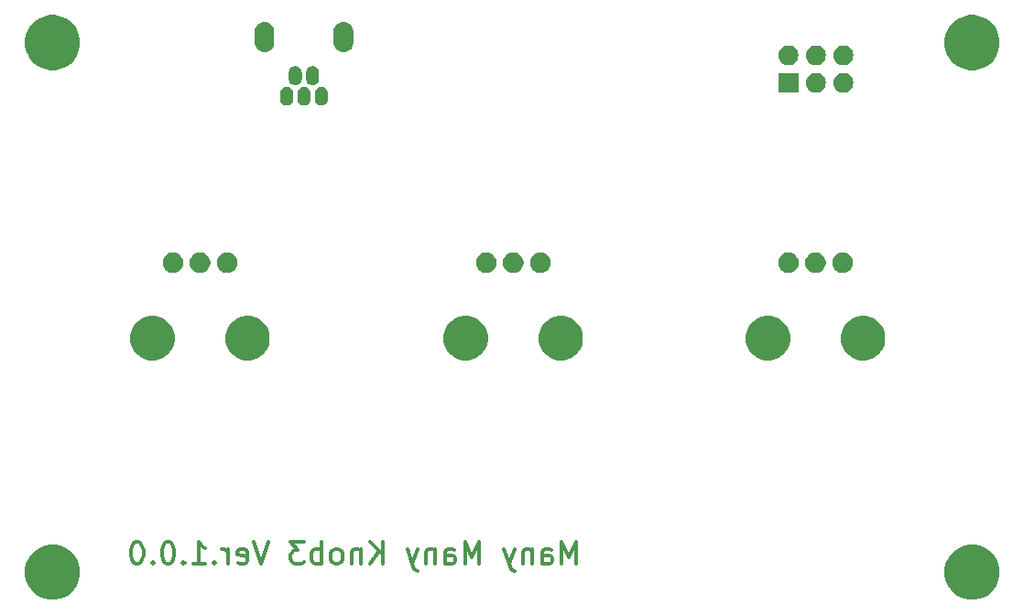
<source format=gbs>
G04 #@! TF.GenerationSoftware,KiCad,Pcbnew,(5.1.2-1)-1*
G04 #@! TF.CreationDate,2019-08-25T18:33:29+09:00*
G04 #@! TF.ProjectId,mmk3,6d6d6b33-2e6b-4696-9361-645f70636258,rev?*
G04 #@! TF.SameCoordinates,Original*
G04 #@! TF.FileFunction,Soldermask,Bot*
G04 #@! TF.FilePolarity,Negative*
%FSLAX46Y46*%
G04 Gerber Fmt 4.6, Leading zero omitted, Abs format (unit mm)*
G04 Created by KiCad (PCBNEW (5.1.2-1)-1) date 2019-08-25 18:33:29*
%MOMM*%
%LPD*%
G04 APERTURE LIST*
%ADD10C,0.300000*%
%ADD11C,0.100000*%
G04 APERTURE END LIST*
D10*
X140403809Y-114212761D02*
X140403809Y-112212761D01*
X139737142Y-113641333D01*
X139070476Y-112212761D01*
X139070476Y-114212761D01*
X137260952Y-114212761D02*
X137260952Y-113165142D01*
X137356190Y-112974666D01*
X137546666Y-112879428D01*
X137927619Y-112879428D01*
X138118095Y-112974666D01*
X137260952Y-114117523D02*
X137451428Y-114212761D01*
X137927619Y-114212761D01*
X138118095Y-114117523D01*
X138213333Y-113927047D01*
X138213333Y-113736571D01*
X138118095Y-113546095D01*
X137927619Y-113450857D01*
X137451428Y-113450857D01*
X137260952Y-113355619D01*
X136308571Y-112879428D02*
X136308571Y-114212761D01*
X136308571Y-113069904D02*
X136213333Y-112974666D01*
X136022857Y-112879428D01*
X135737142Y-112879428D01*
X135546666Y-112974666D01*
X135451428Y-113165142D01*
X135451428Y-114212761D01*
X134689523Y-112879428D02*
X134213333Y-114212761D01*
X133737142Y-112879428D02*
X134213333Y-114212761D01*
X134403809Y-114688952D01*
X134499047Y-114784190D01*
X134689523Y-114879428D01*
X131451428Y-114212761D02*
X131451428Y-112212761D01*
X130784761Y-113641333D01*
X130118095Y-112212761D01*
X130118095Y-114212761D01*
X128308571Y-114212761D02*
X128308571Y-113165142D01*
X128403809Y-112974666D01*
X128594285Y-112879428D01*
X128975238Y-112879428D01*
X129165714Y-112974666D01*
X128308571Y-114117523D02*
X128499047Y-114212761D01*
X128975238Y-114212761D01*
X129165714Y-114117523D01*
X129260952Y-113927047D01*
X129260952Y-113736571D01*
X129165714Y-113546095D01*
X128975238Y-113450857D01*
X128499047Y-113450857D01*
X128308571Y-113355619D01*
X127356190Y-112879428D02*
X127356190Y-114212761D01*
X127356190Y-113069904D02*
X127260952Y-112974666D01*
X127070476Y-112879428D01*
X126784761Y-112879428D01*
X126594285Y-112974666D01*
X126499047Y-113165142D01*
X126499047Y-114212761D01*
X125737142Y-112879428D02*
X125260952Y-114212761D01*
X124784761Y-112879428D02*
X125260952Y-114212761D01*
X125451428Y-114688952D01*
X125546666Y-114784190D01*
X125737142Y-114879428D01*
X122499047Y-114212761D02*
X122499047Y-112212761D01*
X121356190Y-114212761D02*
X122213333Y-113069904D01*
X121356190Y-112212761D02*
X122499047Y-113355619D01*
X120499047Y-112879428D02*
X120499047Y-114212761D01*
X120499047Y-113069904D02*
X120403809Y-112974666D01*
X120213333Y-112879428D01*
X119927619Y-112879428D01*
X119737142Y-112974666D01*
X119641904Y-113165142D01*
X119641904Y-114212761D01*
X118403809Y-114212761D02*
X118594285Y-114117523D01*
X118689523Y-114022285D01*
X118784761Y-113831809D01*
X118784761Y-113260380D01*
X118689523Y-113069904D01*
X118594285Y-112974666D01*
X118403809Y-112879428D01*
X118118095Y-112879428D01*
X117927619Y-112974666D01*
X117832380Y-113069904D01*
X117737142Y-113260380D01*
X117737142Y-113831809D01*
X117832380Y-114022285D01*
X117927619Y-114117523D01*
X118118095Y-114212761D01*
X118403809Y-114212761D01*
X116880000Y-114212761D02*
X116880000Y-112212761D01*
X116880000Y-112974666D02*
X116689523Y-112879428D01*
X116308571Y-112879428D01*
X116118095Y-112974666D01*
X116022857Y-113069904D01*
X115927619Y-113260380D01*
X115927619Y-113831809D01*
X116022857Y-114022285D01*
X116118095Y-114117523D01*
X116308571Y-114212761D01*
X116689523Y-114212761D01*
X116880000Y-114117523D01*
X115260952Y-112212761D02*
X114022857Y-112212761D01*
X114689523Y-112974666D01*
X114403809Y-112974666D01*
X114213333Y-113069904D01*
X114118095Y-113165142D01*
X114022857Y-113355619D01*
X114022857Y-113831809D01*
X114118095Y-114022285D01*
X114213333Y-114117523D01*
X114403809Y-114212761D01*
X114975238Y-114212761D01*
X115165714Y-114117523D01*
X115260952Y-114022285D01*
X111927619Y-112212761D02*
X111260952Y-114212761D01*
X110594285Y-112212761D01*
X109165714Y-114117523D02*
X109356190Y-114212761D01*
X109737142Y-114212761D01*
X109927619Y-114117523D01*
X110022857Y-113927047D01*
X110022857Y-113165142D01*
X109927619Y-112974666D01*
X109737142Y-112879428D01*
X109356190Y-112879428D01*
X109165714Y-112974666D01*
X109070476Y-113165142D01*
X109070476Y-113355619D01*
X110022857Y-113546095D01*
X108213333Y-114212761D02*
X108213333Y-112879428D01*
X108213333Y-113260380D02*
X108118095Y-113069904D01*
X108022857Y-112974666D01*
X107832380Y-112879428D01*
X107641904Y-112879428D01*
X106975238Y-114022285D02*
X106880000Y-114117523D01*
X106975238Y-114212761D01*
X107070476Y-114117523D01*
X106975238Y-114022285D01*
X106975238Y-114212761D01*
X104975238Y-114212761D02*
X106118095Y-114212761D01*
X105546666Y-114212761D02*
X105546666Y-112212761D01*
X105737142Y-112498476D01*
X105927619Y-112688952D01*
X106118095Y-112784190D01*
X104118095Y-114022285D02*
X104022857Y-114117523D01*
X104118095Y-114212761D01*
X104213333Y-114117523D01*
X104118095Y-114022285D01*
X104118095Y-114212761D01*
X102784761Y-112212761D02*
X102594285Y-112212761D01*
X102403809Y-112308000D01*
X102308571Y-112403238D01*
X102213333Y-112593714D01*
X102118095Y-112974666D01*
X102118095Y-113450857D01*
X102213333Y-113831809D01*
X102308571Y-114022285D01*
X102403809Y-114117523D01*
X102594285Y-114212761D01*
X102784761Y-114212761D01*
X102975238Y-114117523D01*
X103070476Y-114022285D01*
X103165714Y-113831809D01*
X103260952Y-113450857D01*
X103260952Y-112974666D01*
X103165714Y-112593714D01*
X103070476Y-112403238D01*
X102975238Y-112308000D01*
X102784761Y-112212761D01*
X101260952Y-114022285D02*
X101165714Y-114117523D01*
X101260952Y-114212761D01*
X101356190Y-114117523D01*
X101260952Y-114022285D01*
X101260952Y-114212761D01*
X99927619Y-112212761D02*
X99737142Y-112212761D01*
X99546666Y-112308000D01*
X99451428Y-112403238D01*
X99356190Y-112593714D01*
X99260952Y-112974666D01*
X99260952Y-113450857D01*
X99356190Y-113831809D01*
X99451428Y-114022285D01*
X99546666Y-114117523D01*
X99737142Y-114212761D01*
X99927619Y-114212761D01*
X100118095Y-114117523D01*
X100213333Y-114022285D01*
X100308571Y-113831809D01*
X100403809Y-113450857D01*
X100403809Y-112974666D01*
X100308571Y-112593714D01*
X100213333Y-112403238D01*
X100118095Y-112308000D01*
X99927619Y-112212761D01*
D11*
G36*
X177744098Y-112547033D02*
G01*
X178208350Y-112739332D01*
X178208352Y-112739333D01*
X178626168Y-113018509D01*
X178981491Y-113373832D01*
X179260667Y-113791648D01*
X179260668Y-113791650D01*
X179452967Y-114255902D01*
X179551000Y-114748747D01*
X179551000Y-115251253D01*
X179452967Y-115744098D01*
X179260668Y-116208350D01*
X179260667Y-116208352D01*
X178981491Y-116626168D01*
X178626168Y-116981491D01*
X178208352Y-117260667D01*
X178208351Y-117260668D01*
X178208350Y-117260668D01*
X177744098Y-117452967D01*
X177251253Y-117551000D01*
X176748747Y-117551000D01*
X176255902Y-117452967D01*
X175791650Y-117260668D01*
X175791649Y-117260668D01*
X175791648Y-117260667D01*
X175373832Y-116981491D01*
X175018509Y-116626168D01*
X174739333Y-116208352D01*
X174739332Y-116208350D01*
X174547033Y-115744098D01*
X174449000Y-115251253D01*
X174449000Y-114748747D01*
X174547033Y-114255902D01*
X174739332Y-113791650D01*
X174739333Y-113791648D01*
X175018509Y-113373832D01*
X175373832Y-113018509D01*
X175791648Y-112739333D01*
X175791650Y-112739332D01*
X176255902Y-112547033D01*
X176748747Y-112449000D01*
X177251253Y-112449000D01*
X177744098Y-112547033D01*
X177744098Y-112547033D01*
G37*
G36*
X92744098Y-112547033D02*
G01*
X93208350Y-112739332D01*
X93208352Y-112739333D01*
X93626168Y-113018509D01*
X93981491Y-113373832D01*
X94260667Y-113791648D01*
X94260668Y-113791650D01*
X94452967Y-114255902D01*
X94551000Y-114748747D01*
X94551000Y-115251253D01*
X94452967Y-115744098D01*
X94260668Y-116208350D01*
X94260667Y-116208352D01*
X93981491Y-116626168D01*
X93626168Y-116981491D01*
X93208352Y-117260667D01*
X93208351Y-117260668D01*
X93208350Y-117260668D01*
X92744098Y-117452967D01*
X92251253Y-117551000D01*
X91748747Y-117551000D01*
X91255902Y-117452967D01*
X90791650Y-117260668D01*
X90791649Y-117260668D01*
X90791648Y-117260667D01*
X90373832Y-116981491D01*
X90018509Y-116626168D01*
X89739333Y-116208352D01*
X89739332Y-116208350D01*
X89547033Y-115744098D01*
X89449000Y-115251253D01*
X89449000Y-114748747D01*
X89547033Y-114255902D01*
X89739332Y-113791650D01*
X89739333Y-113791648D01*
X90018509Y-113373832D01*
X90373832Y-113018509D01*
X90791648Y-112739333D01*
X90791650Y-112739332D01*
X91255902Y-112547033D01*
X91748747Y-112449000D01*
X92251253Y-112449000D01*
X92744098Y-112547033D01*
X92744098Y-112547033D01*
G37*
G36*
X139578254Y-91387818D02*
G01*
X139951511Y-91542426D01*
X139951513Y-91542427D01*
X140287436Y-91766884D01*
X140573116Y-92052564D01*
X140797574Y-92388489D01*
X140952182Y-92761746D01*
X141031000Y-93157993D01*
X141031000Y-93562007D01*
X140952182Y-93958254D01*
X140797574Y-94331511D01*
X140797573Y-94331513D01*
X140573116Y-94667436D01*
X140287436Y-94953116D01*
X139951513Y-95177573D01*
X139951512Y-95177574D01*
X139951511Y-95177574D01*
X139578254Y-95332182D01*
X139182007Y-95411000D01*
X138777993Y-95411000D01*
X138381746Y-95332182D01*
X138008489Y-95177574D01*
X138008488Y-95177574D01*
X138008487Y-95177573D01*
X137672564Y-94953116D01*
X137386884Y-94667436D01*
X137162427Y-94331513D01*
X137162426Y-94331511D01*
X137007818Y-93958254D01*
X136929000Y-93562007D01*
X136929000Y-93157993D01*
X137007818Y-92761746D01*
X137162426Y-92388489D01*
X137386884Y-92052564D01*
X137672564Y-91766884D01*
X138008487Y-91542427D01*
X138008489Y-91542426D01*
X138381746Y-91387818D01*
X138777993Y-91309000D01*
X139182007Y-91309000D01*
X139578254Y-91387818D01*
X139578254Y-91387818D01*
G37*
G36*
X130778254Y-91387818D02*
G01*
X131151511Y-91542426D01*
X131151513Y-91542427D01*
X131487436Y-91766884D01*
X131773116Y-92052564D01*
X131997574Y-92388489D01*
X132152182Y-92761746D01*
X132231000Y-93157993D01*
X132231000Y-93562007D01*
X132152182Y-93958254D01*
X131997574Y-94331511D01*
X131997573Y-94331513D01*
X131773116Y-94667436D01*
X131487436Y-94953116D01*
X131151513Y-95177573D01*
X131151512Y-95177574D01*
X131151511Y-95177574D01*
X130778254Y-95332182D01*
X130382007Y-95411000D01*
X129977993Y-95411000D01*
X129581746Y-95332182D01*
X129208489Y-95177574D01*
X129208488Y-95177574D01*
X129208487Y-95177573D01*
X128872564Y-94953116D01*
X128586884Y-94667436D01*
X128362427Y-94331513D01*
X128362426Y-94331511D01*
X128207818Y-93958254D01*
X128129000Y-93562007D01*
X128129000Y-93157993D01*
X128207818Y-92761746D01*
X128362426Y-92388489D01*
X128586884Y-92052564D01*
X128872564Y-91766884D01*
X129208487Y-91542427D01*
X129208489Y-91542426D01*
X129581746Y-91387818D01*
X129977993Y-91309000D01*
X130382007Y-91309000D01*
X130778254Y-91387818D01*
X130778254Y-91387818D01*
G37*
G36*
X110622254Y-91387818D02*
G01*
X110995511Y-91542426D01*
X110995513Y-91542427D01*
X111331436Y-91766884D01*
X111617116Y-92052564D01*
X111841574Y-92388489D01*
X111996182Y-92761746D01*
X112075000Y-93157993D01*
X112075000Y-93562007D01*
X111996182Y-93958254D01*
X111841574Y-94331511D01*
X111841573Y-94331513D01*
X111617116Y-94667436D01*
X111331436Y-94953116D01*
X110995513Y-95177573D01*
X110995512Y-95177574D01*
X110995511Y-95177574D01*
X110622254Y-95332182D01*
X110226007Y-95411000D01*
X109821993Y-95411000D01*
X109425746Y-95332182D01*
X109052489Y-95177574D01*
X109052488Y-95177574D01*
X109052487Y-95177573D01*
X108716564Y-94953116D01*
X108430884Y-94667436D01*
X108206427Y-94331513D01*
X108206426Y-94331511D01*
X108051818Y-93958254D01*
X107973000Y-93562007D01*
X107973000Y-93157993D01*
X108051818Y-92761746D01*
X108206426Y-92388489D01*
X108430884Y-92052564D01*
X108716564Y-91766884D01*
X109052487Y-91542427D01*
X109052489Y-91542426D01*
X109425746Y-91387818D01*
X109821993Y-91309000D01*
X110226007Y-91309000D01*
X110622254Y-91387818D01*
X110622254Y-91387818D01*
G37*
G36*
X101822254Y-91387818D02*
G01*
X102195511Y-91542426D01*
X102195513Y-91542427D01*
X102531436Y-91766884D01*
X102817116Y-92052564D01*
X103041574Y-92388489D01*
X103196182Y-92761746D01*
X103275000Y-93157993D01*
X103275000Y-93562007D01*
X103196182Y-93958254D01*
X103041574Y-94331511D01*
X103041573Y-94331513D01*
X102817116Y-94667436D01*
X102531436Y-94953116D01*
X102195513Y-95177573D01*
X102195512Y-95177574D01*
X102195511Y-95177574D01*
X101822254Y-95332182D01*
X101426007Y-95411000D01*
X101021993Y-95411000D01*
X100625746Y-95332182D01*
X100252489Y-95177574D01*
X100252488Y-95177574D01*
X100252487Y-95177573D01*
X99916564Y-94953116D01*
X99630884Y-94667436D01*
X99406427Y-94331513D01*
X99406426Y-94331511D01*
X99251818Y-93958254D01*
X99173000Y-93562007D01*
X99173000Y-93157993D01*
X99251818Y-92761746D01*
X99406426Y-92388489D01*
X99630884Y-92052564D01*
X99916564Y-91766884D01*
X100252487Y-91542427D01*
X100252489Y-91542426D01*
X100625746Y-91387818D01*
X101021993Y-91309000D01*
X101426007Y-91309000D01*
X101822254Y-91387818D01*
X101822254Y-91387818D01*
G37*
G36*
X158718254Y-91387818D02*
G01*
X159091511Y-91542426D01*
X159091513Y-91542427D01*
X159427436Y-91766884D01*
X159713116Y-92052564D01*
X159937574Y-92388489D01*
X160092182Y-92761746D01*
X160171000Y-93157993D01*
X160171000Y-93562007D01*
X160092182Y-93958254D01*
X159937574Y-94331511D01*
X159937573Y-94331513D01*
X159713116Y-94667436D01*
X159427436Y-94953116D01*
X159091513Y-95177573D01*
X159091512Y-95177574D01*
X159091511Y-95177574D01*
X158718254Y-95332182D01*
X158322007Y-95411000D01*
X157917993Y-95411000D01*
X157521746Y-95332182D01*
X157148489Y-95177574D01*
X157148488Y-95177574D01*
X157148487Y-95177573D01*
X156812564Y-94953116D01*
X156526884Y-94667436D01*
X156302427Y-94331513D01*
X156302426Y-94331511D01*
X156147818Y-93958254D01*
X156069000Y-93562007D01*
X156069000Y-93157993D01*
X156147818Y-92761746D01*
X156302426Y-92388489D01*
X156526884Y-92052564D01*
X156812564Y-91766884D01*
X157148487Y-91542427D01*
X157148489Y-91542426D01*
X157521746Y-91387818D01*
X157917993Y-91309000D01*
X158322007Y-91309000D01*
X158718254Y-91387818D01*
X158718254Y-91387818D01*
G37*
G36*
X167518254Y-91387818D02*
G01*
X167891511Y-91542426D01*
X167891513Y-91542427D01*
X168227436Y-91766884D01*
X168513116Y-92052564D01*
X168737574Y-92388489D01*
X168892182Y-92761746D01*
X168971000Y-93157993D01*
X168971000Y-93562007D01*
X168892182Y-93958254D01*
X168737574Y-94331511D01*
X168737573Y-94331513D01*
X168513116Y-94667436D01*
X168227436Y-94953116D01*
X167891513Y-95177573D01*
X167891512Y-95177574D01*
X167891511Y-95177574D01*
X167518254Y-95332182D01*
X167122007Y-95411000D01*
X166717993Y-95411000D01*
X166321746Y-95332182D01*
X165948489Y-95177574D01*
X165948488Y-95177574D01*
X165948487Y-95177573D01*
X165612564Y-94953116D01*
X165326884Y-94667436D01*
X165102427Y-94331513D01*
X165102426Y-94331511D01*
X164947818Y-93958254D01*
X164869000Y-93562007D01*
X164869000Y-93157993D01*
X164947818Y-92761746D01*
X165102426Y-92388489D01*
X165326884Y-92052564D01*
X165612564Y-91766884D01*
X165948487Y-91542427D01*
X165948489Y-91542426D01*
X166321746Y-91387818D01*
X166717993Y-91309000D01*
X167122007Y-91309000D01*
X167518254Y-91387818D01*
X167518254Y-91387818D01*
G37*
G36*
X103401395Y-85445546D02*
G01*
X103574466Y-85517234D01*
X103574467Y-85517235D01*
X103730227Y-85621310D01*
X103862690Y-85753773D01*
X103862691Y-85753775D01*
X103966766Y-85909534D01*
X104038454Y-86082605D01*
X104075000Y-86266333D01*
X104075000Y-86453667D01*
X104038454Y-86637395D01*
X103966766Y-86810466D01*
X103966765Y-86810467D01*
X103862690Y-86966227D01*
X103730227Y-87098690D01*
X103651818Y-87151081D01*
X103574466Y-87202766D01*
X103401395Y-87274454D01*
X103217667Y-87311000D01*
X103030333Y-87311000D01*
X102846605Y-87274454D01*
X102673534Y-87202766D01*
X102596182Y-87151081D01*
X102517773Y-87098690D01*
X102385310Y-86966227D01*
X102281235Y-86810467D01*
X102281234Y-86810466D01*
X102209546Y-86637395D01*
X102173000Y-86453667D01*
X102173000Y-86266333D01*
X102209546Y-86082605D01*
X102281234Y-85909534D01*
X102385309Y-85753775D01*
X102385310Y-85753773D01*
X102517773Y-85621310D01*
X102673533Y-85517235D01*
X102673534Y-85517234D01*
X102846605Y-85445546D01*
X103030333Y-85409000D01*
X103217667Y-85409000D01*
X103401395Y-85445546D01*
X103401395Y-85445546D01*
G37*
G36*
X162797395Y-85445546D02*
G01*
X162970466Y-85517234D01*
X162970467Y-85517235D01*
X163126227Y-85621310D01*
X163258690Y-85753773D01*
X163258691Y-85753775D01*
X163362766Y-85909534D01*
X163434454Y-86082605D01*
X163471000Y-86266333D01*
X163471000Y-86453667D01*
X163434454Y-86637395D01*
X163362766Y-86810466D01*
X163362765Y-86810467D01*
X163258690Y-86966227D01*
X163126227Y-87098690D01*
X163047818Y-87151081D01*
X162970466Y-87202766D01*
X162797395Y-87274454D01*
X162613667Y-87311000D01*
X162426333Y-87311000D01*
X162242605Y-87274454D01*
X162069534Y-87202766D01*
X161992182Y-87151081D01*
X161913773Y-87098690D01*
X161781310Y-86966227D01*
X161677235Y-86810467D01*
X161677234Y-86810466D01*
X161605546Y-86637395D01*
X161569000Y-86453667D01*
X161569000Y-86266333D01*
X161605546Y-86082605D01*
X161677234Y-85909534D01*
X161781309Y-85753775D01*
X161781310Y-85753773D01*
X161913773Y-85621310D01*
X162069533Y-85517235D01*
X162069534Y-85517234D01*
X162242605Y-85445546D01*
X162426333Y-85409000D01*
X162613667Y-85409000D01*
X162797395Y-85445546D01*
X162797395Y-85445546D01*
G37*
G36*
X134857395Y-85445546D02*
G01*
X135030466Y-85517234D01*
X135030467Y-85517235D01*
X135186227Y-85621310D01*
X135318690Y-85753773D01*
X135318691Y-85753775D01*
X135422766Y-85909534D01*
X135494454Y-86082605D01*
X135531000Y-86266333D01*
X135531000Y-86453667D01*
X135494454Y-86637395D01*
X135422766Y-86810466D01*
X135422765Y-86810467D01*
X135318690Y-86966227D01*
X135186227Y-87098690D01*
X135107818Y-87151081D01*
X135030466Y-87202766D01*
X134857395Y-87274454D01*
X134673667Y-87311000D01*
X134486333Y-87311000D01*
X134302605Y-87274454D01*
X134129534Y-87202766D01*
X134052182Y-87151081D01*
X133973773Y-87098690D01*
X133841310Y-86966227D01*
X133737235Y-86810467D01*
X133737234Y-86810466D01*
X133665546Y-86637395D01*
X133629000Y-86453667D01*
X133629000Y-86266333D01*
X133665546Y-86082605D01*
X133737234Y-85909534D01*
X133841309Y-85753775D01*
X133841310Y-85753773D01*
X133973773Y-85621310D01*
X134129533Y-85517235D01*
X134129534Y-85517234D01*
X134302605Y-85445546D01*
X134486333Y-85409000D01*
X134673667Y-85409000D01*
X134857395Y-85445546D01*
X134857395Y-85445546D01*
G37*
G36*
X108401395Y-85445546D02*
G01*
X108574466Y-85517234D01*
X108574467Y-85517235D01*
X108730227Y-85621310D01*
X108862690Y-85753773D01*
X108862691Y-85753775D01*
X108966766Y-85909534D01*
X109038454Y-86082605D01*
X109075000Y-86266333D01*
X109075000Y-86453667D01*
X109038454Y-86637395D01*
X108966766Y-86810466D01*
X108966765Y-86810467D01*
X108862690Y-86966227D01*
X108730227Y-87098690D01*
X108651818Y-87151081D01*
X108574466Y-87202766D01*
X108401395Y-87274454D01*
X108217667Y-87311000D01*
X108030333Y-87311000D01*
X107846605Y-87274454D01*
X107673534Y-87202766D01*
X107596182Y-87151081D01*
X107517773Y-87098690D01*
X107385310Y-86966227D01*
X107281235Y-86810467D01*
X107281234Y-86810466D01*
X107209546Y-86637395D01*
X107173000Y-86453667D01*
X107173000Y-86266333D01*
X107209546Y-86082605D01*
X107281234Y-85909534D01*
X107385309Y-85753775D01*
X107385310Y-85753773D01*
X107517773Y-85621310D01*
X107673533Y-85517235D01*
X107673534Y-85517234D01*
X107846605Y-85445546D01*
X108030333Y-85409000D01*
X108217667Y-85409000D01*
X108401395Y-85445546D01*
X108401395Y-85445546D01*
G37*
G36*
X105901395Y-85445546D02*
G01*
X106074466Y-85517234D01*
X106074467Y-85517235D01*
X106230227Y-85621310D01*
X106362690Y-85753773D01*
X106362691Y-85753775D01*
X106466766Y-85909534D01*
X106538454Y-86082605D01*
X106575000Y-86266333D01*
X106575000Y-86453667D01*
X106538454Y-86637395D01*
X106466766Y-86810466D01*
X106466765Y-86810467D01*
X106362690Y-86966227D01*
X106230227Y-87098690D01*
X106151818Y-87151081D01*
X106074466Y-87202766D01*
X105901395Y-87274454D01*
X105717667Y-87311000D01*
X105530333Y-87311000D01*
X105346605Y-87274454D01*
X105173534Y-87202766D01*
X105096182Y-87151081D01*
X105017773Y-87098690D01*
X104885310Y-86966227D01*
X104781235Y-86810467D01*
X104781234Y-86810466D01*
X104709546Y-86637395D01*
X104673000Y-86453667D01*
X104673000Y-86266333D01*
X104709546Y-86082605D01*
X104781234Y-85909534D01*
X104885309Y-85753775D01*
X104885310Y-85753773D01*
X105017773Y-85621310D01*
X105173533Y-85517235D01*
X105173534Y-85517234D01*
X105346605Y-85445546D01*
X105530333Y-85409000D01*
X105717667Y-85409000D01*
X105901395Y-85445546D01*
X105901395Y-85445546D01*
G37*
G36*
X132357395Y-85445546D02*
G01*
X132530466Y-85517234D01*
X132530467Y-85517235D01*
X132686227Y-85621310D01*
X132818690Y-85753773D01*
X132818691Y-85753775D01*
X132922766Y-85909534D01*
X132994454Y-86082605D01*
X133031000Y-86266333D01*
X133031000Y-86453667D01*
X132994454Y-86637395D01*
X132922766Y-86810466D01*
X132922765Y-86810467D01*
X132818690Y-86966227D01*
X132686227Y-87098690D01*
X132607818Y-87151081D01*
X132530466Y-87202766D01*
X132357395Y-87274454D01*
X132173667Y-87311000D01*
X131986333Y-87311000D01*
X131802605Y-87274454D01*
X131629534Y-87202766D01*
X131552182Y-87151081D01*
X131473773Y-87098690D01*
X131341310Y-86966227D01*
X131237235Y-86810467D01*
X131237234Y-86810466D01*
X131165546Y-86637395D01*
X131129000Y-86453667D01*
X131129000Y-86266333D01*
X131165546Y-86082605D01*
X131237234Y-85909534D01*
X131341309Y-85753775D01*
X131341310Y-85753773D01*
X131473773Y-85621310D01*
X131629533Y-85517235D01*
X131629534Y-85517234D01*
X131802605Y-85445546D01*
X131986333Y-85409000D01*
X132173667Y-85409000D01*
X132357395Y-85445546D01*
X132357395Y-85445546D01*
G37*
G36*
X165297395Y-85445546D02*
G01*
X165470466Y-85517234D01*
X165470467Y-85517235D01*
X165626227Y-85621310D01*
X165758690Y-85753773D01*
X165758691Y-85753775D01*
X165862766Y-85909534D01*
X165934454Y-86082605D01*
X165971000Y-86266333D01*
X165971000Y-86453667D01*
X165934454Y-86637395D01*
X165862766Y-86810466D01*
X165862765Y-86810467D01*
X165758690Y-86966227D01*
X165626227Y-87098690D01*
X165547818Y-87151081D01*
X165470466Y-87202766D01*
X165297395Y-87274454D01*
X165113667Y-87311000D01*
X164926333Y-87311000D01*
X164742605Y-87274454D01*
X164569534Y-87202766D01*
X164492182Y-87151081D01*
X164413773Y-87098690D01*
X164281310Y-86966227D01*
X164177235Y-86810467D01*
X164177234Y-86810466D01*
X164105546Y-86637395D01*
X164069000Y-86453667D01*
X164069000Y-86266333D01*
X164105546Y-86082605D01*
X164177234Y-85909534D01*
X164281309Y-85753775D01*
X164281310Y-85753773D01*
X164413773Y-85621310D01*
X164569533Y-85517235D01*
X164569534Y-85517234D01*
X164742605Y-85445546D01*
X164926333Y-85409000D01*
X165113667Y-85409000D01*
X165297395Y-85445546D01*
X165297395Y-85445546D01*
G37*
G36*
X160297395Y-85445546D02*
G01*
X160470466Y-85517234D01*
X160470467Y-85517235D01*
X160626227Y-85621310D01*
X160758690Y-85753773D01*
X160758691Y-85753775D01*
X160862766Y-85909534D01*
X160934454Y-86082605D01*
X160971000Y-86266333D01*
X160971000Y-86453667D01*
X160934454Y-86637395D01*
X160862766Y-86810466D01*
X160862765Y-86810467D01*
X160758690Y-86966227D01*
X160626227Y-87098690D01*
X160547818Y-87151081D01*
X160470466Y-87202766D01*
X160297395Y-87274454D01*
X160113667Y-87311000D01*
X159926333Y-87311000D01*
X159742605Y-87274454D01*
X159569534Y-87202766D01*
X159492182Y-87151081D01*
X159413773Y-87098690D01*
X159281310Y-86966227D01*
X159177235Y-86810467D01*
X159177234Y-86810466D01*
X159105546Y-86637395D01*
X159069000Y-86453667D01*
X159069000Y-86266333D01*
X159105546Y-86082605D01*
X159177234Y-85909534D01*
X159281309Y-85753775D01*
X159281310Y-85753773D01*
X159413773Y-85621310D01*
X159569533Y-85517235D01*
X159569534Y-85517234D01*
X159742605Y-85445546D01*
X159926333Y-85409000D01*
X160113667Y-85409000D01*
X160297395Y-85445546D01*
X160297395Y-85445546D01*
G37*
G36*
X137357395Y-85445546D02*
G01*
X137530466Y-85517234D01*
X137530467Y-85517235D01*
X137686227Y-85621310D01*
X137818690Y-85753773D01*
X137818691Y-85753775D01*
X137922766Y-85909534D01*
X137994454Y-86082605D01*
X138031000Y-86266333D01*
X138031000Y-86453667D01*
X137994454Y-86637395D01*
X137922766Y-86810466D01*
X137922765Y-86810467D01*
X137818690Y-86966227D01*
X137686227Y-87098690D01*
X137607818Y-87151081D01*
X137530466Y-87202766D01*
X137357395Y-87274454D01*
X137173667Y-87311000D01*
X136986333Y-87311000D01*
X136802605Y-87274454D01*
X136629534Y-87202766D01*
X136552182Y-87151081D01*
X136473773Y-87098690D01*
X136341310Y-86966227D01*
X136237235Y-86810467D01*
X136237234Y-86810466D01*
X136165546Y-86637395D01*
X136129000Y-86453667D01*
X136129000Y-86266333D01*
X136165546Y-86082605D01*
X136237234Y-85909534D01*
X136341309Y-85753775D01*
X136341310Y-85753773D01*
X136473773Y-85621310D01*
X136629533Y-85517235D01*
X136629534Y-85517234D01*
X136802605Y-85445546D01*
X136986333Y-85409000D01*
X137173667Y-85409000D01*
X137357395Y-85445546D01*
X137357395Y-85445546D01*
G37*
G36*
X113757818Y-70075696D02*
G01*
X113871105Y-70110062D01*
X113975512Y-70165869D01*
X114067027Y-70240973D01*
X114142131Y-70332488D01*
X114197938Y-70436895D01*
X114232304Y-70550182D01*
X114241000Y-70638481D01*
X114241000Y-71247519D01*
X114232304Y-71335818D01*
X114197938Y-71449105D01*
X114142131Y-71553512D01*
X114142130Y-71553513D01*
X114067027Y-71645027D01*
X113991923Y-71706662D01*
X113975511Y-71720131D01*
X113871104Y-71775938D01*
X113757817Y-71810304D01*
X113640000Y-71821907D01*
X113522182Y-71810304D01*
X113408895Y-71775938D01*
X113304488Y-71720131D01*
X113290572Y-71708711D01*
X113212973Y-71645027D01*
X113137870Y-71553512D01*
X113137869Y-71553511D01*
X113082062Y-71449104D01*
X113047696Y-71335817D01*
X113039000Y-71247518D01*
X113039000Y-70638481D01*
X113047696Y-70550182D01*
X113082061Y-70436898D01*
X113137871Y-70332486D01*
X113212974Y-70240973D01*
X113304489Y-70165869D01*
X113408896Y-70110062D01*
X113522183Y-70075696D01*
X113640000Y-70064093D01*
X113757818Y-70075696D01*
X113757818Y-70075696D01*
G37*
G36*
X116957818Y-70075696D02*
G01*
X117071105Y-70110062D01*
X117175512Y-70165869D01*
X117267027Y-70240973D01*
X117342131Y-70332488D01*
X117397938Y-70436895D01*
X117432304Y-70550182D01*
X117441000Y-70638481D01*
X117441000Y-71247519D01*
X117432304Y-71335818D01*
X117397938Y-71449105D01*
X117342131Y-71553512D01*
X117342130Y-71553513D01*
X117267027Y-71645027D01*
X117191923Y-71706662D01*
X117175511Y-71720131D01*
X117071104Y-71775938D01*
X116957817Y-71810304D01*
X116840000Y-71821907D01*
X116722182Y-71810304D01*
X116608895Y-71775938D01*
X116504488Y-71720131D01*
X116490572Y-71708711D01*
X116412973Y-71645027D01*
X116337870Y-71553512D01*
X116337869Y-71553511D01*
X116282062Y-71449104D01*
X116247696Y-71335817D01*
X116239000Y-71247518D01*
X116239000Y-70638481D01*
X116247696Y-70550182D01*
X116282061Y-70436898D01*
X116337871Y-70332486D01*
X116412974Y-70240973D01*
X116504489Y-70165869D01*
X116608896Y-70110062D01*
X116722183Y-70075696D01*
X116840000Y-70064093D01*
X116957818Y-70075696D01*
X116957818Y-70075696D01*
G37*
G36*
X115357818Y-70075696D02*
G01*
X115471105Y-70110062D01*
X115575512Y-70165869D01*
X115667027Y-70240973D01*
X115742131Y-70332488D01*
X115797938Y-70436895D01*
X115832304Y-70550182D01*
X115841000Y-70638481D01*
X115841000Y-71247519D01*
X115832304Y-71335818D01*
X115797938Y-71449105D01*
X115742131Y-71553512D01*
X115742130Y-71553513D01*
X115667027Y-71645027D01*
X115591923Y-71706662D01*
X115575511Y-71720131D01*
X115471104Y-71775938D01*
X115357817Y-71810304D01*
X115240000Y-71821907D01*
X115122182Y-71810304D01*
X115008895Y-71775938D01*
X114904488Y-71720131D01*
X114890572Y-71708711D01*
X114812973Y-71645027D01*
X114737870Y-71553512D01*
X114737869Y-71553511D01*
X114682062Y-71449104D01*
X114647696Y-71335817D01*
X114639000Y-71247518D01*
X114639000Y-70638481D01*
X114647696Y-70550182D01*
X114682061Y-70436898D01*
X114737871Y-70332486D01*
X114812974Y-70240973D01*
X114904489Y-70165869D01*
X115008896Y-70110062D01*
X115122183Y-70075696D01*
X115240000Y-70064093D01*
X115357818Y-70075696D01*
X115357818Y-70075696D01*
G37*
G36*
X165279294Y-68821633D02*
G01*
X165451695Y-68873931D01*
X165610583Y-68958858D01*
X165749849Y-69073151D01*
X165864142Y-69212417D01*
X165949069Y-69371305D01*
X166001367Y-69543706D01*
X166019025Y-69723000D01*
X166001367Y-69902294D01*
X165949069Y-70074695D01*
X165864142Y-70233583D01*
X165749849Y-70372849D01*
X165610583Y-70487142D01*
X165451695Y-70572069D01*
X165279294Y-70624367D01*
X165144931Y-70637600D01*
X165055069Y-70637600D01*
X164920706Y-70624367D01*
X164748305Y-70572069D01*
X164589417Y-70487142D01*
X164450151Y-70372849D01*
X164335858Y-70233583D01*
X164250931Y-70074695D01*
X164198633Y-69902294D01*
X164180975Y-69723000D01*
X164198633Y-69543706D01*
X164250931Y-69371305D01*
X164335858Y-69212417D01*
X164450151Y-69073151D01*
X164589417Y-68958858D01*
X164748305Y-68873931D01*
X164920706Y-68821633D01*
X165055069Y-68808400D01*
X165144931Y-68808400D01*
X165279294Y-68821633D01*
X165279294Y-68821633D01*
G37*
G36*
X160934600Y-70637600D02*
G01*
X159105400Y-70637600D01*
X159105400Y-68808400D01*
X160934600Y-68808400D01*
X160934600Y-70637600D01*
X160934600Y-70637600D01*
G37*
G36*
X162739294Y-68821633D02*
G01*
X162911695Y-68873931D01*
X163070583Y-68958858D01*
X163209849Y-69073151D01*
X163324142Y-69212417D01*
X163409069Y-69371305D01*
X163461367Y-69543706D01*
X163479025Y-69723000D01*
X163461367Y-69902294D01*
X163409069Y-70074695D01*
X163324142Y-70233583D01*
X163209849Y-70372849D01*
X163070583Y-70487142D01*
X162911695Y-70572069D01*
X162739294Y-70624367D01*
X162604931Y-70637600D01*
X162515069Y-70637600D01*
X162380706Y-70624367D01*
X162208305Y-70572069D01*
X162049417Y-70487142D01*
X161910151Y-70372849D01*
X161795858Y-70233583D01*
X161710931Y-70074695D01*
X161658633Y-69902294D01*
X161640975Y-69723000D01*
X161658633Y-69543706D01*
X161710931Y-69371305D01*
X161795858Y-69212417D01*
X161910151Y-69073151D01*
X162049417Y-68958858D01*
X162208305Y-68873931D01*
X162380706Y-68821633D01*
X162515069Y-68808400D01*
X162604931Y-68808400D01*
X162739294Y-68821633D01*
X162739294Y-68821633D01*
G37*
G36*
X114557818Y-68185696D02*
G01*
X114671105Y-68220062D01*
X114775512Y-68275869D01*
X114867027Y-68350973D01*
X114942131Y-68442488D01*
X114997938Y-68546895D01*
X115032304Y-68660182D01*
X115041000Y-68748481D01*
X115041000Y-69357519D01*
X115032304Y-69445818D01*
X114997938Y-69559105D01*
X114942131Y-69663512D01*
X114942130Y-69663513D01*
X114867027Y-69755027D01*
X114791923Y-69816662D01*
X114775511Y-69830131D01*
X114671104Y-69885938D01*
X114557817Y-69920304D01*
X114440000Y-69931907D01*
X114322182Y-69920304D01*
X114208895Y-69885938D01*
X114104488Y-69830131D01*
X114090572Y-69818711D01*
X114012973Y-69755027D01*
X113937870Y-69663512D01*
X113937869Y-69663511D01*
X113882062Y-69559104D01*
X113847696Y-69445817D01*
X113839000Y-69357518D01*
X113839000Y-68748481D01*
X113847696Y-68660182D01*
X113882061Y-68546898D01*
X113937871Y-68442486D01*
X114012974Y-68350973D01*
X114104489Y-68275869D01*
X114208896Y-68220062D01*
X114322183Y-68185696D01*
X114440000Y-68174093D01*
X114557818Y-68185696D01*
X114557818Y-68185696D01*
G37*
G36*
X116157818Y-68185696D02*
G01*
X116271105Y-68220062D01*
X116375512Y-68275869D01*
X116467027Y-68350973D01*
X116542131Y-68442488D01*
X116597938Y-68546895D01*
X116632304Y-68660182D01*
X116641000Y-68748481D01*
X116641000Y-69357519D01*
X116632304Y-69445818D01*
X116597938Y-69559105D01*
X116542131Y-69663512D01*
X116542130Y-69663513D01*
X116467027Y-69755027D01*
X116391923Y-69816662D01*
X116375511Y-69830131D01*
X116271104Y-69885938D01*
X116157817Y-69920304D01*
X116040000Y-69931907D01*
X115922182Y-69920304D01*
X115808895Y-69885938D01*
X115704488Y-69830131D01*
X115690572Y-69818711D01*
X115612973Y-69755027D01*
X115537870Y-69663512D01*
X115537869Y-69663511D01*
X115482062Y-69559104D01*
X115447696Y-69445817D01*
X115439000Y-69357518D01*
X115439000Y-68748481D01*
X115447696Y-68660182D01*
X115482061Y-68546898D01*
X115537871Y-68442486D01*
X115612974Y-68350973D01*
X115704489Y-68275869D01*
X115808896Y-68220062D01*
X115922183Y-68185696D01*
X116040000Y-68174093D01*
X116157818Y-68185696D01*
X116157818Y-68185696D01*
G37*
G36*
X92744098Y-63547033D02*
G01*
X93208350Y-63739332D01*
X93208352Y-63739333D01*
X93626168Y-64018509D01*
X93981491Y-64373832D01*
X94153682Y-64631534D01*
X94260668Y-64791650D01*
X94452967Y-65255902D01*
X94551000Y-65748747D01*
X94551000Y-66251253D01*
X94452967Y-66744098D01*
X94271168Y-67183000D01*
X94260667Y-67208352D01*
X93981491Y-67626168D01*
X93626168Y-67981491D01*
X93208352Y-68260667D01*
X93208351Y-68260668D01*
X93208350Y-68260668D01*
X92744098Y-68452967D01*
X92251253Y-68551000D01*
X91748747Y-68551000D01*
X91255902Y-68452967D01*
X90791650Y-68260668D01*
X90791649Y-68260668D01*
X90791648Y-68260667D01*
X90373832Y-67981491D01*
X90018509Y-67626168D01*
X89739333Y-67208352D01*
X89728832Y-67183000D01*
X89547033Y-66744098D01*
X89449000Y-66251253D01*
X89449000Y-65748747D01*
X89547033Y-65255902D01*
X89739332Y-64791650D01*
X89846318Y-64631534D01*
X90018509Y-64373832D01*
X90373832Y-64018509D01*
X90791648Y-63739333D01*
X90791650Y-63739332D01*
X91255902Y-63547033D01*
X91748747Y-63449000D01*
X92251253Y-63449000D01*
X92744098Y-63547033D01*
X92744098Y-63547033D01*
G37*
G36*
X177744098Y-63547033D02*
G01*
X178208350Y-63739332D01*
X178208352Y-63739333D01*
X178626168Y-64018509D01*
X178981491Y-64373832D01*
X179153682Y-64631534D01*
X179260668Y-64791650D01*
X179452967Y-65255902D01*
X179551000Y-65748747D01*
X179551000Y-66251253D01*
X179452967Y-66744098D01*
X179271168Y-67183000D01*
X179260667Y-67208352D01*
X178981491Y-67626168D01*
X178626168Y-67981491D01*
X178208352Y-68260667D01*
X178208351Y-68260668D01*
X178208350Y-68260668D01*
X177744098Y-68452967D01*
X177251253Y-68551000D01*
X176748747Y-68551000D01*
X176255902Y-68452967D01*
X175791650Y-68260668D01*
X175791649Y-68260668D01*
X175791648Y-68260667D01*
X175373832Y-67981491D01*
X175018509Y-67626168D01*
X174739333Y-67208352D01*
X174728832Y-67183000D01*
X174547033Y-66744098D01*
X174449000Y-66251253D01*
X174449000Y-65748747D01*
X174547033Y-65255902D01*
X174739332Y-64791650D01*
X174846318Y-64631534D01*
X175018509Y-64373832D01*
X175373832Y-64018509D01*
X175791648Y-63739333D01*
X175791650Y-63739332D01*
X176255902Y-63547033D01*
X176748747Y-63449000D01*
X177251253Y-63449000D01*
X177744098Y-63547033D01*
X177744098Y-63547033D01*
G37*
G36*
X162739294Y-66281633D02*
G01*
X162911695Y-66333931D01*
X163070583Y-66418858D01*
X163209849Y-66533151D01*
X163324142Y-66672417D01*
X163409069Y-66831305D01*
X163461367Y-67003706D01*
X163479025Y-67183000D01*
X163461367Y-67362294D01*
X163409069Y-67534695D01*
X163324142Y-67693583D01*
X163209849Y-67832849D01*
X163070583Y-67947142D01*
X162911695Y-68032069D01*
X162739294Y-68084367D01*
X162604931Y-68097600D01*
X162515069Y-68097600D01*
X162380706Y-68084367D01*
X162208305Y-68032069D01*
X162049417Y-67947142D01*
X161910151Y-67832849D01*
X161795858Y-67693583D01*
X161710931Y-67534695D01*
X161658633Y-67362294D01*
X161640975Y-67183000D01*
X161658633Y-67003706D01*
X161710931Y-66831305D01*
X161795858Y-66672417D01*
X161910151Y-66533151D01*
X162049417Y-66418858D01*
X162208305Y-66333931D01*
X162380706Y-66281633D01*
X162515069Y-66268400D01*
X162604931Y-66268400D01*
X162739294Y-66281633D01*
X162739294Y-66281633D01*
G37*
G36*
X165279294Y-66281633D02*
G01*
X165451695Y-66333931D01*
X165610583Y-66418858D01*
X165749849Y-66533151D01*
X165864142Y-66672417D01*
X165949069Y-66831305D01*
X166001367Y-67003706D01*
X166019025Y-67183000D01*
X166001367Y-67362294D01*
X165949069Y-67534695D01*
X165864142Y-67693583D01*
X165749849Y-67832849D01*
X165610583Y-67947142D01*
X165451695Y-68032069D01*
X165279294Y-68084367D01*
X165144931Y-68097600D01*
X165055069Y-68097600D01*
X164920706Y-68084367D01*
X164748305Y-68032069D01*
X164589417Y-67947142D01*
X164450151Y-67832849D01*
X164335858Y-67693583D01*
X164250931Y-67534695D01*
X164198633Y-67362294D01*
X164180975Y-67183000D01*
X164198633Y-67003706D01*
X164250931Y-66831305D01*
X164335858Y-66672417D01*
X164450151Y-66533151D01*
X164589417Y-66418858D01*
X164748305Y-66333931D01*
X164920706Y-66281633D01*
X165055069Y-66268400D01*
X165144931Y-66268400D01*
X165279294Y-66281633D01*
X165279294Y-66281633D01*
G37*
G36*
X160199294Y-66281633D02*
G01*
X160371695Y-66333931D01*
X160530583Y-66418858D01*
X160669849Y-66533151D01*
X160784142Y-66672417D01*
X160869069Y-66831305D01*
X160921367Y-67003706D01*
X160939025Y-67183000D01*
X160921367Y-67362294D01*
X160869069Y-67534695D01*
X160784142Y-67693583D01*
X160669849Y-67832849D01*
X160530583Y-67947142D01*
X160371695Y-68032069D01*
X160199294Y-68084367D01*
X160064931Y-68097600D01*
X159975069Y-68097600D01*
X159840706Y-68084367D01*
X159668305Y-68032069D01*
X159509417Y-67947142D01*
X159370151Y-67832849D01*
X159255858Y-67693583D01*
X159170931Y-67534695D01*
X159118633Y-67362294D01*
X159100975Y-67183000D01*
X159118633Y-67003706D01*
X159170931Y-66831305D01*
X159255858Y-66672417D01*
X159370151Y-66533151D01*
X159509417Y-66418858D01*
X159668305Y-66333931D01*
X159840706Y-66281633D01*
X159975069Y-66268400D01*
X160064931Y-66268400D01*
X160199294Y-66281633D01*
X160199294Y-66281633D01*
G37*
G36*
X119066627Y-64090037D02*
G01*
X119236466Y-64141557D01*
X119392991Y-64225222D01*
X119428729Y-64254552D01*
X119530186Y-64337814D01*
X119613448Y-64439271D01*
X119642778Y-64475009D01*
X119726443Y-64631534D01*
X119777963Y-64801373D01*
X119791000Y-64933742D01*
X119791000Y-66022258D01*
X119777963Y-66154627D01*
X119726443Y-66324466D01*
X119642778Y-66480991D01*
X119613448Y-66516729D01*
X119530186Y-66618186D01*
X119392989Y-66730779D01*
X119236467Y-66814442D01*
X119236465Y-66814443D01*
X119066626Y-66865963D01*
X118890000Y-66883359D01*
X118713373Y-66865963D01*
X118543534Y-66814443D01*
X118387009Y-66730778D01*
X118315896Y-66672417D01*
X118249814Y-66618186D01*
X118137221Y-66480989D01*
X118053558Y-66324467D01*
X118053557Y-66324465D01*
X118002037Y-66154626D01*
X117989000Y-66022257D01*
X117989001Y-64933742D01*
X118002038Y-64801373D01*
X118053558Y-64631534D01*
X118137223Y-64475009D01*
X118166553Y-64439271D01*
X118249815Y-64337814D01*
X118351272Y-64254552D01*
X118387010Y-64225222D01*
X118543535Y-64141557D01*
X118713374Y-64090037D01*
X118890000Y-64072641D01*
X119066627Y-64090037D01*
X119066627Y-64090037D01*
G37*
G36*
X111766627Y-64090037D02*
G01*
X111936466Y-64141557D01*
X112092991Y-64225222D01*
X112128729Y-64254552D01*
X112230186Y-64337814D01*
X112313448Y-64439271D01*
X112342778Y-64475009D01*
X112426443Y-64631534D01*
X112477963Y-64801373D01*
X112491000Y-64933742D01*
X112491000Y-66022258D01*
X112477963Y-66154627D01*
X112426443Y-66324466D01*
X112342778Y-66480991D01*
X112313448Y-66516729D01*
X112230186Y-66618186D01*
X112092989Y-66730779D01*
X111936467Y-66814442D01*
X111936465Y-66814443D01*
X111766626Y-66865963D01*
X111590000Y-66883359D01*
X111413373Y-66865963D01*
X111243534Y-66814443D01*
X111087009Y-66730778D01*
X111015896Y-66672417D01*
X110949814Y-66618186D01*
X110837221Y-66480989D01*
X110753558Y-66324467D01*
X110753557Y-66324465D01*
X110702037Y-66154626D01*
X110689000Y-66022257D01*
X110689001Y-64933742D01*
X110702038Y-64801373D01*
X110753558Y-64631534D01*
X110837223Y-64475009D01*
X110866553Y-64439271D01*
X110949815Y-64337814D01*
X111051272Y-64254552D01*
X111087010Y-64225222D01*
X111243535Y-64141557D01*
X111413374Y-64090037D01*
X111590000Y-64072641D01*
X111766627Y-64090037D01*
X111766627Y-64090037D01*
G37*
M02*

</source>
